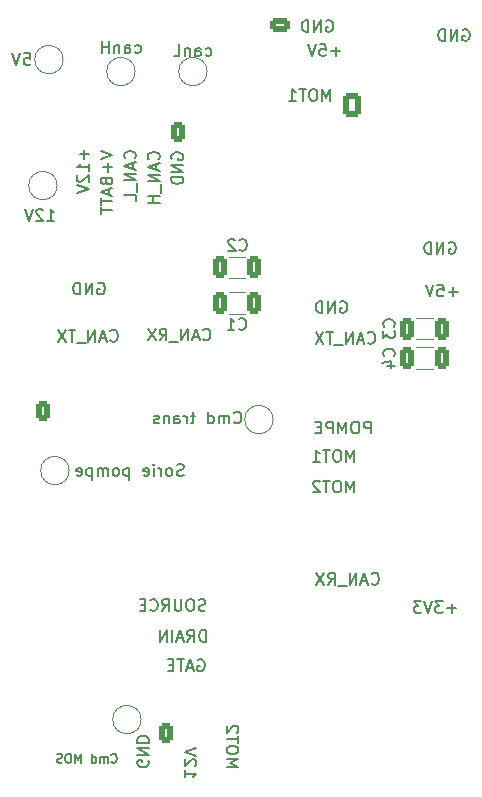
<source format=gbr>
%TF.GenerationSoftware,KiCad,Pcbnew,(6.0.0)*%
%TF.CreationDate,2022-05-13T11:55:21+02:00*%
%TF.ProjectId,Carte Bras ENORME Robot,43617274-6520-4427-9261-7320454e4f52,rev?*%
%TF.SameCoordinates,Original*%
%TF.FileFunction,Legend,Bot*%
%TF.FilePolarity,Positive*%
%FSLAX46Y46*%
G04 Gerber Fmt 4.6, Leading zero omitted, Abs format (unit mm)*
G04 Created by KiCad (PCBNEW (6.0.0)) date 2022-05-13 11:55:21*
%MOMM*%
%LPD*%
G01*
G04 APERTURE LIST*
G04 Aperture macros list*
%AMRoundRect*
0 Rectangle with rounded corners*
0 $1 Rounding radius*
0 $2 $3 $4 $5 $6 $7 $8 $9 X,Y pos of 4 corners*
0 Add a 4 corners polygon primitive as box body*
4,1,4,$2,$3,$4,$5,$6,$7,$8,$9,$2,$3,0*
0 Add four circle primitives for the rounded corners*
1,1,$1+$1,$2,$3*
1,1,$1+$1,$4,$5*
1,1,$1+$1,$6,$7*
1,1,$1+$1,$8,$9*
0 Add four rect primitives between the rounded corners*
20,1,$1+$1,$2,$3,$4,$5,0*
20,1,$1+$1,$4,$5,$6,$7,0*
20,1,$1+$1,$6,$7,$8,$9,0*
20,1,$1+$1,$8,$9,$2,$3,0*%
G04 Aperture macros list end*
%ADD10C,0.150000*%
%ADD11C,0.120000*%
%ADD12C,3.200000*%
%ADD13RoundRect,0.250000X0.350000X0.625000X-0.350000X0.625000X-0.350000X-0.625000X0.350000X-0.625000X0*%
%ADD14O,1.200000X1.750000*%
%ADD15R,2.000000X2.000000*%
%ADD16C,2.000000*%
%ADD17C,1.600000*%
%ADD18O,1.600000X1.600000*%
%ADD19R,1.050000X2.000000*%
%ADD20O,1.050000X2.000000*%
%ADD21R,1.800000X1.800000*%
%ADD22O,1.800000X1.800000*%
%ADD23RoundRect,0.250000X-0.350000X-0.625000X0.350000X-0.625000X0.350000X0.625000X-0.350000X0.625000X0*%
%ADD24O,3.500000X3.500000*%
%ADD25R,2.000000X1.905000*%
%ADD26O,2.000000X1.905000*%
%ADD27R,1.600000X1.600000*%
%ADD28C,3.000000*%
%ADD29RoundRect,0.250001X-0.499999X-0.759999X0.499999X-0.759999X0.499999X0.759999X-0.499999X0.759999X0*%
%ADD30O,1.500000X2.020000*%
%ADD31RoundRect,0.250000X-0.625000X0.350000X-0.625000X-0.350000X0.625000X-0.350000X0.625000X0.350000X0*%
%ADD32O,1.750000X1.200000*%
%ADD33RoundRect,0.250000X-0.325000X-0.650000X0.325000X-0.650000X0.325000X0.650000X-0.325000X0.650000X0*%
G04 APERTURE END LIST*
D10*
X156500000Y-100761904D02*
X156547619Y-100857142D01*
X156547619Y-101000000D01*
X156500000Y-101142857D01*
X156404761Y-101238095D01*
X156309523Y-101285714D01*
X156119047Y-101333333D01*
X155976190Y-101333333D01*
X155785714Y-101285714D01*
X155690476Y-101238095D01*
X155595238Y-101142857D01*
X155547619Y-101000000D01*
X155547619Y-100904761D01*
X155595238Y-100761904D01*
X155642857Y-100714285D01*
X155976190Y-100714285D01*
X155976190Y-100904761D01*
X155547619Y-100285714D02*
X156547619Y-100285714D01*
X155547619Y-99714285D01*
X156547619Y-99714285D01*
X155547619Y-99238095D02*
X156547619Y-99238095D01*
X156547619Y-99000000D01*
X156500000Y-98857142D01*
X156404761Y-98761904D01*
X156309523Y-98714285D01*
X156119047Y-98666666D01*
X155976190Y-98666666D01*
X155785714Y-98714285D01*
X155690476Y-98761904D01*
X155595238Y-98857142D01*
X155547619Y-99000000D01*
X155547619Y-99238095D01*
X151071428Y-49038095D02*
X151071428Y-49800000D01*
X151452380Y-49419047D02*
X150690476Y-49419047D01*
X151452380Y-50800000D02*
X151452380Y-50228571D01*
X151452380Y-50514285D02*
X150452380Y-50514285D01*
X150595238Y-50419047D01*
X150690476Y-50323809D01*
X150738095Y-50228571D01*
X150547619Y-51180952D02*
X150500000Y-51228571D01*
X150452380Y-51323809D01*
X150452380Y-51561904D01*
X150500000Y-51657142D01*
X150547619Y-51704761D01*
X150642857Y-51752380D01*
X150738095Y-51752380D01*
X150880952Y-51704761D01*
X151452380Y-51133333D01*
X151452380Y-51752380D01*
X150452380Y-52038095D02*
X151452380Y-52371428D01*
X150452380Y-52704761D01*
X161377380Y-90682380D02*
X161377380Y-89682380D01*
X161139285Y-89682380D01*
X160996428Y-89730000D01*
X160901190Y-89825238D01*
X160853571Y-89920476D01*
X160805952Y-90110952D01*
X160805952Y-90253809D01*
X160853571Y-90444285D01*
X160901190Y-90539523D01*
X160996428Y-90634761D01*
X161139285Y-90682380D01*
X161377380Y-90682380D01*
X159805952Y-90682380D02*
X160139285Y-90206190D01*
X160377380Y-90682380D02*
X160377380Y-89682380D01*
X159996428Y-89682380D01*
X159901190Y-89730000D01*
X159853571Y-89777619D01*
X159805952Y-89872857D01*
X159805952Y-90015714D01*
X159853571Y-90110952D01*
X159901190Y-90158571D01*
X159996428Y-90206190D01*
X160377380Y-90206190D01*
X159425000Y-90396666D02*
X158948809Y-90396666D01*
X159520238Y-90682380D02*
X159186904Y-89682380D01*
X158853571Y-90682380D01*
X158520238Y-90682380D02*
X158520238Y-89682380D01*
X158044047Y-90682380D02*
X158044047Y-89682380D01*
X157472619Y-90682380D01*
X157472619Y-89682380D01*
X161345428Y-41044761D02*
X161440666Y-41092380D01*
X161631142Y-41092380D01*
X161726380Y-41044761D01*
X161774000Y-40997142D01*
X161821619Y-40901904D01*
X161821619Y-40616190D01*
X161774000Y-40520952D01*
X161726380Y-40473333D01*
X161631142Y-40425714D01*
X161440666Y-40425714D01*
X161345428Y-40473333D01*
X160488285Y-41092380D02*
X160488285Y-40568571D01*
X160535904Y-40473333D01*
X160631142Y-40425714D01*
X160821619Y-40425714D01*
X160916857Y-40473333D01*
X160488285Y-41044761D02*
X160583523Y-41092380D01*
X160821619Y-41092380D01*
X160916857Y-41044761D01*
X160964476Y-40949523D01*
X160964476Y-40854285D01*
X160916857Y-40759047D01*
X160821619Y-40711428D01*
X160583523Y-40711428D01*
X160488285Y-40663809D01*
X160012095Y-40425714D02*
X160012095Y-41092380D01*
X160012095Y-40520952D02*
X159964476Y-40473333D01*
X159869238Y-40425714D01*
X159726380Y-40425714D01*
X159631142Y-40473333D01*
X159583523Y-40568571D01*
X159583523Y-41092380D01*
X158631142Y-41092380D02*
X159107333Y-41092380D01*
X159107333Y-40092380D01*
X172735714Y-40711428D02*
X171973809Y-40711428D01*
X172354761Y-41092380D02*
X172354761Y-40330476D01*
X171021428Y-40092380D02*
X171497619Y-40092380D01*
X171545238Y-40568571D01*
X171497619Y-40520952D01*
X171402380Y-40473333D01*
X171164285Y-40473333D01*
X171069047Y-40520952D01*
X171021428Y-40568571D01*
X170973809Y-40663809D01*
X170973809Y-40901904D01*
X171021428Y-40997142D01*
X171069047Y-41044761D01*
X171164285Y-41092380D01*
X171402380Y-41092380D01*
X171497619Y-41044761D01*
X171545238Y-40997142D01*
X170688095Y-40092380D02*
X170354761Y-41092380D01*
X170021428Y-40092380D01*
X145986476Y-40854380D02*
X146462666Y-40854380D01*
X146510285Y-41330571D01*
X146462666Y-41282952D01*
X146367428Y-41235333D01*
X146129333Y-41235333D01*
X146034095Y-41282952D01*
X145986476Y-41330571D01*
X145938857Y-41425809D01*
X145938857Y-41663904D01*
X145986476Y-41759142D01*
X146034095Y-41806761D01*
X146129333Y-41854380D01*
X146367428Y-41854380D01*
X146462666Y-41806761D01*
X146510285Y-41759142D01*
X145653142Y-40854380D02*
X145319809Y-41854380D01*
X144986476Y-40854380D01*
X171894285Y-44902380D02*
X171894285Y-43902380D01*
X171560952Y-44616666D01*
X171227619Y-43902380D01*
X171227619Y-44902380D01*
X170560952Y-43902380D02*
X170370476Y-43902380D01*
X170275238Y-43950000D01*
X170180000Y-44045238D01*
X170132380Y-44235714D01*
X170132380Y-44569047D01*
X170180000Y-44759523D01*
X170275238Y-44854761D01*
X170370476Y-44902380D01*
X170560952Y-44902380D01*
X170656190Y-44854761D01*
X170751428Y-44759523D01*
X170799047Y-44569047D01*
X170799047Y-44235714D01*
X170751428Y-44045238D01*
X170656190Y-43950000D01*
X170560952Y-43902380D01*
X169846666Y-43902380D02*
X169275238Y-43902380D01*
X169560952Y-44902380D02*
X169560952Y-43902380D01*
X168418095Y-44902380D02*
X168989523Y-44902380D01*
X168703809Y-44902380D02*
X168703809Y-43902380D01*
X168799047Y-44045238D01*
X168894285Y-44140476D01*
X168989523Y-44188095D01*
X171576904Y-38108000D02*
X171672142Y-38060380D01*
X171815000Y-38060380D01*
X171957857Y-38108000D01*
X172053095Y-38203238D01*
X172100714Y-38298476D01*
X172148333Y-38488952D01*
X172148333Y-38631809D01*
X172100714Y-38822285D01*
X172053095Y-38917523D01*
X171957857Y-39012761D01*
X171815000Y-39060380D01*
X171719761Y-39060380D01*
X171576904Y-39012761D01*
X171529285Y-38965142D01*
X171529285Y-38631809D01*
X171719761Y-38631809D01*
X171100714Y-39060380D02*
X171100714Y-38060380D01*
X170529285Y-39060380D01*
X170529285Y-38060380D01*
X170053095Y-39060380D02*
X170053095Y-38060380D01*
X169815000Y-38060380D01*
X169672142Y-38108000D01*
X169576904Y-38203238D01*
X169529285Y-38298476D01*
X169481666Y-38488952D01*
X169481666Y-38631809D01*
X169529285Y-38822285D01*
X169576904Y-38917523D01*
X169672142Y-39012761D01*
X169815000Y-39060380D01*
X170053095Y-39060380D01*
X158500000Y-49838095D02*
X158452380Y-49742857D01*
X158452380Y-49600000D01*
X158500000Y-49457142D01*
X158595238Y-49361904D01*
X158690476Y-49314285D01*
X158880952Y-49266666D01*
X159023809Y-49266666D01*
X159214285Y-49314285D01*
X159309523Y-49361904D01*
X159404761Y-49457142D01*
X159452380Y-49600000D01*
X159452380Y-49695238D01*
X159404761Y-49838095D01*
X159357142Y-49885714D01*
X159023809Y-49885714D01*
X159023809Y-49695238D01*
X159452380Y-50314285D02*
X158452380Y-50314285D01*
X159452380Y-50885714D01*
X158452380Y-50885714D01*
X159452380Y-51361904D02*
X158452380Y-51361904D01*
X158452380Y-51600000D01*
X158500000Y-51742857D01*
X158595238Y-51838095D01*
X158690476Y-51885714D01*
X158880952Y-51933333D01*
X159023809Y-51933333D01*
X159214285Y-51885714D01*
X159309523Y-51838095D01*
X159404761Y-51742857D01*
X159452380Y-51600000D01*
X159452380Y-51361904D01*
X182561904Y-87871428D02*
X181800000Y-87871428D01*
X182180952Y-88252380D02*
X182180952Y-87490476D01*
X181419047Y-87252380D02*
X180800000Y-87252380D01*
X181133333Y-87633333D01*
X180990476Y-87633333D01*
X180895238Y-87680952D01*
X180847619Y-87728571D01*
X180800000Y-87823809D01*
X180800000Y-88061904D01*
X180847619Y-88157142D01*
X180895238Y-88204761D01*
X180990476Y-88252380D01*
X181276190Y-88252380D01*
X181371428Y-88204761D01*
X181419047Y-88157142D01*
X180514285Y-87252380D02*
X180180952Y-88252380D01*
X179847619Y-87252380D01*
X179609523Y-87252380D02*
X178990476Y-87252380D01*
X179323809Y-87633333D01*
X179180952Y-87633333D01*
X179085714Y-87680952D01*
X179038095Y-87728571D01*
X178990476Y-87823809D01*
X178990476Y-88061904D01*
X179038095Y-88157142D01*
X179085714Y-88204761D01*
X179180952Y-88252380D01*
X179466666Y-88252380D01*
X179561904Y-88204761D01*
X179609523Y-88157142D01*
X182685714Y-61071428D02*
X181923809Y-61071428D01*
X182304761Y-61452380D02*
X182304761Y-60690476D01*
X180971428Y-60452380D02*
X181447619Y-60452380D01*
X181495238Y-60928571D01*
X181447619Y-60880952D01*
X181352380Y-60833333D01*
X181114285Y-60833333D01*
X181019047Y-60880952D01*
X180971428Y-60928571D01*
X180923809Y-61023809D01*
X180923809Y-61261904D01*
X180971428Y-61357142D01*
X181019047Y-61404761D01*
X181114285Y-61452380D01*
X181352380Y-61452380D01*
X181447619Y-61404761D01*
X181495238Y-61357142D01*
X180638095Y-60452380D02*
X180304761Y-61452380D01*
X179971428Y-60452380D01*
X159487619Y-76604761D02*
X159344761Y-76652380D01*
X159106666Y-76652380D01*
X159011428Y-76604761D01*
X158963809Y-76557142D01*
X158916190Y-76461904D01*
X158916190Y-76366666D01*
X158963809Y-76271428D01*
X159011428Y-76223809D01*
X159106666Y-76176190D01*
X159297142Y-76128571D01*
X159392380Y-76080952D01*
X159440000Y-76033333D01*
X159487619Y-75938095D01*
X159487619Y-75842857D01*
X159440000Y-75747619D01*
X159392380Y-75700000D01*
X159297142Y-75652380D01*
X159059047Y-75652380D01*
X158916190Y-75700000D01*
X158344761Y-76652380D02*
X158440000Y-76604761D01*
X158487619Y-76557142D01*
X158535238Y-76461904D01*
X158535238Y-76176190D01*
X158487619Y-76080952D01*
X158440000Y-76033333D01*
X158344761Y-75985714D01*
X158201904Y-75985714D01*
X158106666Y-76033333D01*
X158059047Y-76080952D01*
X158011428Y-76176190D01*
X158011428Y-76461904D01*
X158059047Y-76557142D01*
X158106666Y-76604761D01*
X158201904Y-76652380D01*
X158344761Y-76652380D01*
X157582857Y-76652380D02*
X157582857Y-75985714D01*
X157582857Y-76176190D02*
X157535238Y-76080952D01*
X157487619Y-76033333D01*
X157392380Y-75985714D01*
X157297142Y-75985714D01*
X156963809Y-76652380D02*
X156963809Y-75985714D01*
X156963809Y-75652380D02*
X157011428Y-75700000D01*
X156963809Y-75747619D01*
X156916190Y-75700000D01*
X156963809Y-75652380D01*
X156963809Y-75747619D01*
X156106666Y-76604761D02*
X156201904Y-76652380D01*
X156392380Y-76652380D01*
X156487619Y-76604761D01*
X156535238Y-76509523D01*
X156535238Y-76128571D01*
X156487619Y-76033333D01*
X156392380Y-75985714D01*
X156201904Y-75985714D01*
X156106666Y-76033333D01*
X156059047Y-76128571D01*
X156059047Y-76223809D01*
X156535238Y-76319047D01*
X154868571Y-75985714D02*
X154868571Y-76985714D01*
X154868571Y-76033333D02*
X154773333Y-75985714D01*
X154582857Y-75985714D01*
X154487619Y-76033333D01*
X154440000Y-76080952D01*
X154392380Y-76176190D01*
X154392380Y-76461904D01*
X154440000Y-76557142D01*
X154487619Y-76604761D01*
X154582857Y-76652380D01*
X154773333Y-76652380D01*
X154868571Y-76604761D01*
X153820952Y-76652380D02*
X153916190Y-76604761D01*
X153963809Y-76557142D01*
X154011428Y-76461904D01*
X154011428Y-76176190D01*
X153963809Y-76080952D01*
X153916190Y-76033333D01*
X153820952Y-75985714D01*
X153678095Y-75985714D01*
X153582857Y-76033333D01*
X153535238Y-76080952D01*
X153487619Y-76176190D01*
X153487619Y-76461904D01*
X153535238Y-76557142D01*
X153582857Y-76604761D01*
X153678095Y-76652380D01*
X153820952Y-76652380D01*
X153059047Y-76652380D02*
X153059047Y-75985714D01*
X153059047Y-76080952D02*
X153011428Y-76033333D01*
X152916190Y-75985714D01*
X152773333Y-75985714D01*
X152678095Y-76033333D01*
X152630476Y-76128571D01*
X152630476Y-76652380D01*
X152630476Y-76128571D02*
X152582857Y-76033333D01*
X152487619Y-75985714D01*
X152344761Y-75985714D01*
X152249523Y-76033333D01*
X152201904Y-76128571D01*
X152201904Y-76652380D01*
X151725714Y-75985714D02*
X151725714Y-76985714D01*
X151725714Y-76033333D02*
X151630476Y-75985714D01*
X151440000Y-75985714D01*
X151344761Y-76033333D01*
X151297142Y-76080952D01*
X151249523Y-76176190D01*
X151249523Y-76461904D01*
X151297142Y-76557142D01*
X151344761Y-76604761D01*
X151440000Y-76652380D01*
X151630476Y-76652380D01*
X151725714Y-76604761D01*
X150440000Y-76604761D02*
X150535238Y-76652380D01*
X150725714Y-76652380D01*
X150820952Y-76604761D01*
X150868571Y-76509523D01*
X150868571Y-76128571D01*
X150820952Y-76033333D01*
X150725714Y-75985714D01*
X150535238Y-75985714D01*
X150440000Y-76033333D01*
X150392380Y-76128571D01*
X150392380Y-76223809D01*
X150868571Y-76319047D01*
X172761904Y-61900000D02*
X172857142Y-61852380D01*
X173000000Y-61852380D01*
X173142857Y-61900000D01*
X173238095Y-61995238D01*
X173285714Y-62090476D01*
X173333333Y-62280952D01*
X173333333Y-62423809D01*
X173285714Y-62614285D01*
X173238095Y-62709523D01*
X173142857Y-62804761D01*
X173000000Y-62852380D01*
X172904761Y-62852380D01*
X172761904Y-62804761D01*
X172714285Y-62757142D01*
X172714285Y-62423809D01*
X172904761Y-62423809D01*
X172285714Y-62852380D02*
X172285714Y-61852380D01*
X171714285Y-62852380D01*
X171714285Y-61852380D01*
X171238095Y-62852380D02*
X171238095Y-61852380D01*
X171000000Y-61852380D01*
X170857142Y-61900000D01*
X170761904Y-61995238D01*
X170714285Y-62090476D01*
X170666666Y-62280952D01*
X170666666Y-62423809D01*
X170714285Y-62614285D01*
X170761904Y-62709523D01*
X170857142Y-62804761D01*
X171000000Y-62852380D01*
X171238095Y-62852380D01*
X153280952Y-65182142D02*
X153328571Y-65229761D01*
X153471428Y-65277380D01*
X153566666Y-65277380D01*
X153709523Y-65229761D01*
X153804761Y-65134523D01*
X153852380Y-65039285D01*
X153900000Y-64848809D01*
X153900000Y-64705952D01*
X153852380Y-64515476D01*
X153804761Y-64420238D01*
X153709523Y-64325000D01*
X153566666Y-64277380D01*
X153471428Y-64277380D01*
X153328571Y-64325000D01*
X153280952Y-64372619D01*
X152900000Y-64991666D02*
X152423809Y-64991666D01*
X152995238Y-65277380D02*
X152661904Y-64277380D01*
X152328571Y-65277380D01*
X151995238Y-65277380D02*
X151995238Y-64277380D01*
X151423809Y-65277380D01*
X151423809Y-64277380D01*
X151185714Y-65372619D02*
X150423809Y-65372619D01*
X150328571Y-64277380D02*
X149757142Y-64277380D01*
X150042857Y-65277380D02*
X150042857Y-64277380D01*
X149519047Y-64277380D02*
X148852380Y-65277380D01*
X148852380Y-64277380D02*
X149519047Y-65277380D01*
X147939047Y-55062380D02*
X148510476Y-55062380D01*
X148224761Y-55062380D02*
X148224761Y-54062380D01*
X148320000Y-54205238D01*
X148415238Y-54300476D01*
X148510476Y-54348095D01*
X147558095Y-54157619D02*
X147510476Y-54110000D01*
X147415238Y-54062380D01*
X147177142Y-54062380D01*
X147081904Y-54110000D01*
X147034285Y-54157619D01*
X146986666Y-54252857D01*
X146986666Y-54348095D01*
X147034285Y-54490952D01*
X147605714Y-55062380D01*
X146986666Y-55062380D01*
X146700952Y-54062380D02*
X146367619Y-55062380D01*
X146034285Y-54062380D01*
X160700000Y-92230000D02*
X160795238Y-92182380D01*
X160938095Y-92182380D01*
X161080952Y-92230000D01*
X161176190Y-92325238D01*
X161223809Y-92420476D01*
X161271428Y-92610952D01*
X161271428Y-92753809D01*
X161223809Y-92944285D01*
X161176190Y-93039523D01*
X161080952Y-93134761D01*
X160938095Y-93182380D01*
X160842857Y-93182380D01*
X160700000Y-93134761D01*
X160652380Y-93087142D01*
X160652380Y-92753809D01*
X160842857Y-92753809D01*
X160271428Y-92896666D02*
X159795238Y-92896666D01*
X160366666Y-93182380D02*
X160033333Y-92182380D01*
X159700000Y-93182380D01*
X159509523Y-92182380D02*
X158938095Y-92182380D01*
X159223809Y-93182380D02*
X159223809Y-92182380D01*
X158604761Y-92658571D02*
X158271428Y-92658571D01*
X158128571Y-93182380D02*
X158604761Y-93182380D01*
X158604761Y-92182380D01*
X158128571Y-92182380D01*
X183133904Y-38870000D02*
X183229142Y-38822380D01*
X183372000Y-38822380D01*
X183514857Y-38870000D01*
X183610095Y-38965238D01*
X183657714Y-39060476D01*
X183705333Y-39250952D01*
X183705333Y-39393809D01*
X183657714Y-39584285D01*
X183610095Y-39679523D01*
X183514857Y-39774761D01*
X183372000Y-39822380D01*
X183276761Y-39822380D01*
X183133904Y-39774761D01*
X183086285Y-39727142D01*
X183086285Y-39393809D01*
X183276761Y-39393809D01*
X182657714Y-39822380D02*
X182657714Y-38822380D01*
X182086285Y-39822380D01*
X182086285Y-38822380D01*
X181610095Y-39822380D02*
X181610095Y-38822380D01*
X181372000Y-38822380D01*
X181229142Y-38870000D01*
X181133904Y-38965238D01*
X181086285Y-39060476D01*
X181038666Y-39250952D01*
X181038666Y-39393809D01*
X181086285Y-39584285D01*
X181133904Y-39679523D01*
X181229142Y-39774761D01*
X181372000Y-39822380D01*
X181610095Y-39822380D01*
X159567619Y-101584047D02*
X159567619Y-102155476D01*
X159567619Y-101869761D02*
X160567619Y-101869761D01*
X160424761Y-101965000D01*
X160329523Y-102060238D01*
X160281904Y-102155476D01*
X160472380Y-101203095D02*
X160520000Y-101155476D01*
X160567619Y-101060238D01*
X160567619Y-100822142D01*
X160520000Y-100726904D01*
X160472380Y-100679285D01*
X160377142Y-100631666D01*
X160281904Y-100631666D01*
X160139047Y-100679285D01*
X159567619Y-101250714D01*
X159567619Y-100631666D01*
X160567619Y-100345952D02*
X159567619Y-100012619D01*
X160567619Y-99679285D01*
X175080952Y-65357142D02*
X175128571Y-65404761D01*
X175271428Y-65452380D01*
X175366666Y-65452380D01*
X175509523Y-65404761D01*
X175604761Y-65309523D01*
X175652380Y-65214285D01*
X175700000Y-65023809D01*
X175700000Y-64880952D01*
X175652380Y-64690476D01*
X175604761Y-64595238D01*
X175509523Y-64500000D01*
X175366666Y-64452380D01*
X175271428Y-64452380D01*
X175128571Y-64500000D01*
X175080952Y-64547619D01*
X174700000Y-65166666D02*
X174223809Y-65166666D01*
X174795238Y-65452380D02*
X174461904Y-64452380D01*
X174128571Y-65452380D01*
X173795238Y-65452380D02*
X173795238Y-64452380D01*
X173223809Y-65452380D01*
X173223809Y-64452380D01*
X172985714Y-65547619D02*
X172223809Y-65547619D01*
X172128571Y-64452380D02*
X171557142Y-64452380D01*
X171842857Y-65452380D02*
X171842857Y-64452380D01*
X171319047Y-64452380D02*
X170652380Y-65452380D01*
X170652380Y-64452380D02*
X171319047Y-65452380D01*
X175309523Y-73052380D02*
X175309523Y-72052380D01*
X174928571Y-72052380D01*
X174833333Y-72100000D01*
X174785714Y-72147619D01*
X174738095Y-72242857D01*
X174738095Y-72385714D01*
X174785714Y-72480952D01*
X174833333Y-72528571D01*
X174928571Y-72576190D01*
X175309523Y-72576190D01*
X174119047Y-72052380D02*
X173928571Y-72052380D01*
X173833333Y-72100000D01*
X173738095Y-72195238D01*
X173690476Y-72385714D01*
X173690476Y-72719047D01*
X173738095Y-72909523D01*
X173833333Y-73004761D01*
X173928571Y-73052380D01*
X174119047Y-73052380D01*
X174214285Y-73004761D01*
X174309523Y-72909523D01*
X174357142Y-72719047D01*
X174357142Y-72385714D01*
X174309523Y-72195238D01*
X174214285Y-72100000D01*
X174119047Y-72052380D01*
X173261904Y-73052380D02*
X173261904Y-72052380D01*
X172928571Y-72766666D01*
X172595238Y-72052380D01*
X172595238Y-73052380D01*
X172119047Y-73052380D02*
X172119047Y-72052380D01*
X171738095Y-72052380D01*
X171642857Y-72100000D01*
X171595238Y-72147619D01*
X171547619Y-72242857D01*
X171547619Y-72385714D01*
X171595238Y-72480952D01*
X171642857Y-72528571D01*
X171738095Y-72576190D01*
X172119047Y-72576190D01*
X171119047Y-72528571D02*
X170785714Y-72528571D01*
X170642857Y-73052380D02*
X171119047Y-73052380D01*
X171119047Y-72052380D01*
X170642857Y-72052380D01*
X161125000Y-65082142D02*
X161172619Y-65129761D01*
X161315476Y-65177380D01*
X161410714Y-65177380D01*
X161553571Y-65129761D01*
X161648809Y-65034523D01*
X161696428Y-64939285D01*
X161744047Y-64748809D01*
X161744047Y-64605952D01*
X161696428Y-64415476D01*
X161648809Y-64320238D01*
X161553571Y-64225000D01*
X161410714Y-64177380D01*
X161315476Y-64177380D01*
X161172619Y-64225000D01*
X161125000Y-64272619D01*
X160744047Y-64891666D02*
X160267857Y-64891666D01*
X160839285Y-65177380D02*
X160505952Y-64177380D01*
X160172619Y-65177380D01*
X159839285Y-65177380D02*
X159839285Y-64177380D01*
X159267857Y-65177380D01*
X159267857Y-64177380D01*
X159029761Y-65272619D02*
X158267857Y-65272619D01*
X157458333Y-65177380D02*
X157791666Y-64701190D01*
X158029761Y-65177380D02*
X158029761Y-64177380D01*
X157648809Y-64177380D01*
X157553571Y-64225000D01*
X157505952Y-64272619D01*
X157458333Y-64367857D01*
X157458333Y-64510714D01*
X157505952Y-64605952D01*
X157553571Y-64653571D01*
X157648809Y-64701190D01*
X158029761Y-64701190D01*
X157125000Y-64177380D02*
X156458333Y-65177380D01*
X156458333Y-64177380D02*
X157125000Y-65177380D01*
X173914285Y-75452380D02*
X173914285Y-74452380D01*
X173580952Y-75166666D01*
X173247619Y-74452380D01*
X173247619Y-75452380D01*
X172580952Y-74452380D02*
X172390476Y-74452380D01*
X172295238Y-74500000D01*
X172200000Y-74595238D01*
X172152380Y-74785714D01*
X172152380Y-75119047D01*
X172200000Y-75309523D01*
X172295238Y-75404761D01*
X172390476Y-75452380D01*
X172580952Y-75452380D01*
X172676190Y-75404761D01*
X172771428Y-75309523D01*
X172819047Y-75119047D01*
X172819047Y-74785714D01*
X172771428Y-74595238D01*
X172676190Y-74500000D01*
X172580952Y-74452380D01*
X171866666Y-74452380D02*
X171295238Y-74452380D01*
X171580952Y-75452380D02*
X171580952Y-74452380D01*
X170438095Y-75452380D02*
X171009523Y-75452380D01*
X170723809Y-75452380D02*
X170723809Y-74452380D01*
X170819047Y-74595238D01*
X170914285Y-74690476D01*
X171009523Y-74738095D01*
X152236904Y-60325000D02*
X152332142Y-60277380D01*
X152475000Y-60277380D01*
X152617857Y-60325000D01*
X152713095Y-60420238D01*
X152760714Y-60515476D01*
X152808333Y-60705952D01*
X152808333Y-60848809D01*
X152760714Y-61039285D01*
X152713095Y-61134523D01*
X152617857Y-61229761D01*
X152475000Y-61277380D01*
X152379761Y-61277380D01*
X152236904Y-61229761D01*
X152189285Y-61182142D01*
X152189285Y-60848809D01*
X152379761Y-60848809D01*
X151760714Y-61277380D02*
X151760714Y-60277380D01*
X151189285Y-61277380D01*
X151189285Y-60277380D01*
X150713095Y-61277380D02*
X150713095Y-60277380D01*
X150475000Y-60277380D01*
X150332142Y-60325000D01*
X150236904Y-60420238D01*
X150189285Y-60515476D01*
X150141666Y-60705952D01*
X150141666Y-60848809D01*
X150189285Y-61039285D01*
X150236904Y-61134523D01*
X150332142Y-61229761D01*
X150475000Y-61277380D01*
X150713095Y-61277380D01*
X175400000Y-85757142D02*
X175447619Y-85804761D01*
X175590476Y-85852380D01*
X175685714Y-85852380D01*
X175828571Y-85804761D01*
X175923809Y-85709523D01*
X175971428Y-85614285D01*
X176019047Y-85423809D01*
X176019047Y-85280952D01*
X175971428Y-85090476D01*
X175923809Y-84995238D01*
X175828571Y-84900000D01*
X175685714Y-84852380D01*
X175590476Y-84852380D01*
X175447619Y-84900000D01*
X175400000Y-84947619D01*
X175019047Y-85566666D02*
X174542857Y-85566666D01*
X175114285Y-85852380D02*
X174780952Y-84852380D01*
X174447619Y-85852380D01*
X174114285Y-85852380D02*
X174114285Y-84852380D01*
X173542857Y-85852380D01*
X173542857Y-84852380D01*
X173304761Y-85947619D02*
X172542857Y-85947619D01*
X171733333Y-85852380D02*
X172066666Y-85376190D01*
X172304761Y-85852380D02*
X172304761Y-84852380D01*
X171923809Y-84852380D01*
X171828571Y-84900000D01*
X171780952Y-84947619D01*
X171733333Y-85042857D01*
X171733333Y-85185714D01*
X171780952Y-85280952D01*
X171828571Y-85328571D01*
X171923809Y-85376190D01*
X172304761Y-85376190D01*
X171400000Y-84852380D02*
X170733333Y-85852380D01*
X170733333Y-84852380D02*
X171400000Y-85852380D01*
X163750238Y-72112142D02*
X163797857Y-72159761D01*
X163940714Y-72207380D01*
X164035952Y-72207380D01*
X164178809Y-72159761D01*
X164274047Y-72064523D01*
X164321666Y-71969285D01*
X164369285Y-71778809D01*
X164369285Y-71635952D01*
X164321666Y-71445476D01*
X164274047Y-71350238D01*
X164178809Y-71255000D01*
X164035952Y-71207380D01*
X163940714Y-71207380D01*
X163797857Y-71255000D01*
X163750238Y-71302619D01*
X163321666Y-72207380D02*
X163321666Y-71540714D01*
X163321666Y-71635952D02*
X163274047Y-71588333D01*
X163178809Y-71540714D01*
X163035952Y-71540714D01*
X162940714Y-71588333D01*
X162893095Y-71683571D01*
X162893095Y-72207380D01*
X162893095Y-71683571D02*
X162845476Y-71588333D01*
X162750238Y-71540714D01*
X162607380Y-71540714D01*
X162512142Y-71588333D01*
X162464523Y-71683571D01*
X162464523Y-72207380D01*
X161559761Y-72207380D02*
X161559761Y-71207380D01*
X161559761Y-72159761D02*
X161655000Y-72207380D01*
X161845476Y-72207380D01*
X161940714Y-72159761D01*
X161988333Y-72112142D01*
X162035952Y-72016904D01*
X162035952Y-71731190D01*
X161988333Y-71635952D01*
X161940714Y-71588333D01*
X161845476Y-71540714D01*
X161655000Y-71540714D01*
X161559761Y-71588333D01*
X160464523Y-71540714D02*
X160083571Y-71540714D01*
X160321666Y-71207380D02*
X160321666Y-72064523D01*
X160274047Y-72159761D01*
X160178809Y-72207380D01*
X160083571Y-72207380D01*
X159750238Y-72207380D02*
X159750238Y-71540714D01*
X159750238Y-71731190D02*
X159702619Y-71635952D01*
X159655000Y-71588333D01*
X159559761Y-71540714D01*
X159464523Y-71540714D01*
X158702619Y-72207380D02*
X158702619Y-71683571D01*
X158750238Y-71588333D01*
X158845476Y-71540714D01*
X159035952Y-71540714D01*
X159131190Y-71588333D01*
X158702619Y-72159761D02*
X158797857Y-72207380D01*
X159035952Y-72207380D01*
X159131190Y-72159761D01*
X159178809Y-72064523D01*
X159178809Y-71969285D01*
X159131190Y-71874047D01*
X159035952Y-71826428D01*
X158797857Y-71826428D01*
X158702619Y-71778809D01*
X158226428Y-71540714D02*
X158226428Y-72207380D01*
X158226428Y-71635952D02*
X158178809Y-71588333D01*
X158083571Y-71540714D01*
X157940714Y-71540714D01*
X157845476Y-71588333D01*
X157797857Y-71683571D01*
X157797857Y-72207380D01*
X157369285Y-72159761D02*
X157274047Y-72207380D01*
X157083571Y-72207380D01*
X156988333Y-72159761D01*
X156940714Y-72064523D01*
X156940714Y-72016904D01*
X156988333Y-71921666D01*
X157083571Y-71874047D01*
X157226428Y-71874047D01*
X157321666Y-71826428D01*
X157369285Y-71731190D01*
X157369285Y-71683571D01*
X157321666Y-71588333D01*
X157226428Y-71540714D01*
X157083571Y-71540714D01*
X156988333Y-71588333D01*
X173914285Y-78052380D02*
X173914285Y-77052380D01*
X173580952Y-77766666D01*
X173247619Y-77052380D01*
X173247619Y-78052380D01*
X172580952Y-77052380D02*
X172390476Y-77052380D01*
X172295238Y-77100000D01*
X172200000Y-77195238D01*
X172152380Y-77385714D01*
X172152380Y-77719047D01*
X172200000Y-77909523D01*
X172295238Y-78004761D01*
X172390476Y-78052380D01*
X172580952Y-78052380D01*
X172676190Y-78004761D01*
X172771428Y-77909523D01*
X172819047Y-77719047D01*
X172819047Y-77385714D01*
X172771428Y-77195238D01*
X172676190Y-77100000D01*
X172580952Y-77052380D01*
X171866666Y-77052380D02*
X171295238Y-77052380D01*
X171580952Y-78052380D02*
X171580952Y-77052380D01*
X171009523Y-77147619D02*
X170961904Y-77100000D01*
X170866666Y-77052380D01*
X170628571Y-77052380D01*
X170533333Y-77100000D01*
X170485714Y-77147619D01*
X170438095Y-77242857D01*
X170438095Y-77338095D01*
X170485714Y-77480952D01*
X171057142Y-78052380D01*
X170438095Y-78052380D01*
X155368476Y-40790761D02*
X155463714Y-40838380D01*
X155654190Y-40838380D01*
X155749428Y-40790761D01*
X155797047Y-40743142D01*
X155844666Y-40647904D01*
X155844666Y-40362190D01*
X155797047Y-40266952D01*
X155749428Y-40219333D01*
X155654190Y-40171714D01*
X155463714Y-40171714D01*
X155368476Y-40219333D01*
X154511333Y-40838380D02*
X154511333Y-40314571D01*
X154558952Y-40219333D01*
X154654190Y-40171714D01*
X154844666Y-40171714D01*
X154939904Y-40219333D01*
X154511333Y-40790761D02*
X154606571Y-40838380D01*
X154844666Y-40838380D01*
X154939904Y-40790761D01*
X154987523Y-40695523D01*
X154987523Y-40600285D01*
X154939904Y-40505047D01*
X154844666Y-40457428D01*
X154606571Y-40457428D01*
X154511333Y-40409809D01*
X154035142Y-40171714D02*
X154035142Y-40838380D01*
X154035142Y-40266952D02*
X153987523Y-40219333D01*
X153892285Y-40171714D01*
X153749428Y-40171714D01*
X153654190Y-40219333D01*
X153606571Y-40314571D01*
X153606571Y-40838380D01*
X153130380Y-40838380D02*
X153130380Y-39838380D01*
X153130380Y-40314571D02*
X152558952Y-40314571D01*
X152558952Y-40838380D02*
X152558952Y-39838380D01*
X152452380Y-49157142D02*
X153452380Y-49490476D01*
X152452380Y-49823809D01*
X153071428Y-50157142D02*
X153071428Y-50919047D01*
X153452380Y-50538095D02*
X152690476Y-50538095D01*
X152928571Y-51728571D02*
X152976190Y-51871428D01*
X153023809Y-51919047D01*
X153119047Y-51966666D01*
X153261904Y-51966666D01*
X153357142Y-51919047D01*
X153404761Y-51871428D01*
X153452380Y-51776190D01*
X153452380Y-51395238D01*
X152452380Y-51395238D01*
X152452380Y-51728571D01*
X152500000Y-51823809D01*
X152547619Y-51871428D01*
X152642857Y-51919047D01*
X152738095Y-51919047D01*
X152833333Y-51871428D01*
X152880952Y-51823809D01*
X152928571Y-51728571D01*
X152928571Y-51395238D01*
X153166666Y-52347619D02*
X153166666Y-52823809D01*
X153452380Y-52252380D02*
X152452380Y-52585714D01*
X153452380Y-52919047D01*
X152452380Y-53109523D02*
X152452380Y-53680952D01*
X153452380Y-53395238D02*
X152452380Y-53395238D01*
X152452380Y-53871428D02*
X152452380Y-54442857D01*
X153452380Y-54157142D02*
X152452380Y-54157142D01*
X163122619Y-101289285D02*
X164122619Y-101289285D01*
X163408333Y-100955952D01*
X164122619Y-100622619D01*
X163122619Y-100622619D01*
X164122619Y-99955952D02*
X164122619Y-99765476D01*
X164075000Y-99670238D01*
X163979761Y-99575000D01*
X163789285Y-99527380D01*
X163455952Y-99527380D01*
X163265476Y-99575000D01*
X163170238Y-99670238D01*
X163122619Y-99765476D01*
X163122619Y-99955952D01*
X163170238Y-100051190D01*
X163265476Y-100146428D01*
X163455952Y-100194047D01*
X163789285Y-100194047D01*
X163979761Y-100146428D01*
X164075000Y-100051190D01*
X164122619Y-99955952D01*
X164122619Y-99241666D02*
X164122619Y-98670238D01*
X163122619Y-98955952D02*
X164122619Y-98955952D01*
X164027380Y-98384523D02*
X164075000Y-98336904D01*
X164122619Y-98241666D01*
X164122619Y-98003571D01*
X164075000Y-97908333D01*
X164027380Y-97860714D01*
X163932142Y-97813095D01*
X163836904Y-97813095D01*
X163694047Y-97860714D01*
X163122619Y-98432142D01*
X163122619Y-97813095D01*
X155357142Y-49771428D02*
X155404761Y-49723809D01*
X155452380Y-49580952D01*
X155452380Y-49485714D01*
X155404761Y-49342857D01*
X155309523Y-49247619D01*
X155214285Y-49200000D01*
X155023809Y-49152380D01*
X154880952Y-49152380D01*
X154690476Y-49200000D01*
X154595238Y-49247619D01*
X154500000Y-49342857D01*
X154452380Y-49485714D01*
X154452380Y-49580952D01*
X154500000Y-49723809D01*
X154547619Y-49771428D01*
X155166666Y-50152380D02*
X155166666Y-50628571D01*
X155452380Y-50057142D02*
X154452380Y-50390476D01*
X155452380Y-50723809D01*
X155452380Y-51057142D02*
X154452380Y-51057142D01*
X155452380Y-51628571D01*
X154452380Y-51628571D01*
X155547619Y-51866666D02*
X155547619Y-52628571D01*
X155452380Y-53342857D02*
X155452380Y-52866666D01*
X154452380Y-52866666D01*
X161335714Y-88034761D02*
X161192857Y-88082380D01*
X160954761Y-88082380D01*
X160859523Y-88034761D01*
X160811904Y-87987142D01*
X160764285Y-87891904D01*
X160764285Y-87796666D01*
X160811904Y-87701428D01*
X160859523Y-87653809D01*
X160954761Y-87606190D01*
X161145238Y-87558571D01*
X161240476Y-87510952D01*
X161288095Y-87463333D01*
X161335714Y-87368095D01*
X161335714Y-87272857D01*
X161288095Y-87177619D01*
X161240476Y-87130000D01*
X161145238Y-87082380D01*
X160907142Y-87082380D01*
X160764285Y-87130000D01*
X160145238Y-87082380D02*
X159954761Y-87082380D01*
X159859523Y-87130000D01*
X159764285Y-87225238D01*
X159716666Y-87415714D01*
X159716666Y-87749047D01*
X159764285Y-87939523D01*
X159859523Y-88034761D01*
X159954761Y-88082380D01*
X160145238Y-88082380D01*
X160240476Y-88034761D01*
X160335714Y-87939523D01*
X160383333Y-87749047D01*
X160383333Y-87415714D01*
X160335714Y-87225238D01*
X160240476Y-87130000D01*
X160145238Y-87082380D01*
X159288095Y-87082380D02*
X159288095Y-87891904D01*
X159240476Y-87987142D01*
X159192857Y-88034761D01*
X159097619Y-88082380D01*
X158907142Y-88082380D01*
X158811904Y-88034761D01*
X158764285Y-87987142D01*
X158716666Y-87891904D01*
X158716666Y-87082380D01*
X157669047Y-88082380D02*
X158002380Y-87606190D01*
X158240476Y-88082380D02*
X158240476Y-87082380D01*
X157859523Y-87082380D01*
X157764285Y-87130000D01*
X157716666Y-87177619D01*
X157669047Y-87272857D01*
X157669047Y-87415714D01*
X157716666Y-87510952D01*
X157764285Y-87558571D01*
X157859523Y-87606190D01*
X158240476Y-87606190D01*
X156669047Y-87987142D02*
X156716666Y-88034761D01*
X156859523Y-88082380D01*
X156954761Y-88082380D01*
X157097619Y-88034761D01*
X157192857Y-87939523D01*
X157240476Y-87844285D01*
X157288095Y-87653809D01*
X157288095Y-87510952D01*
X157240476Y-87320476D01*
X157192857Y-87225238D01*
X157097619Y-87130000D01*
X156954761Y-87082380D01*
X156859523Y-87082380D01*
X156716666Y-87130000D01*
X156669047Y-87177619D01*
X156240476Y-87558571D02*
X155907142Y-87558571D01*
X155764285Y-88082380D02*
X156240476Y-88082380D01*
X156240476Y-87082380D01*
X155764285Y-87082380D01*
X181961904Y-56900000D02*
X182057142Y-56852380D01*
X182200000Y-56852380D01*
X182342857Y-56900000D01*
X182438095Y-56995238D01*
X182485714Y-57090476D01*
X182533333Y-57280952D01*
X182533333Y-57423809D01*
X182485714Y-57614285D01*
X182438095Y-57709523D01*
X182342857Y-57804761D01*
X182200000Y-57852380D01*
X182104761Y-57852380D01*
X181961904Y-57804761D01*
X181914285Y-57757142D01*
X181914285Y-57423809D01*
X182104761Y-57423809D01*
X181485714Y-57852380D02*
X181485714Y-56852380D01*
X180914285Y-57852380D01*
X180914285Y-56852380D01*
X180438095Y-57852380D02*
X180438095Y-56852380D01*
X180200000Y-56852380D01*
X180057142Y-56900000D01*
X179961904Y-56995238D01*
X179914285Y-57090476D01*
X179866666Y-57280952D01*
X179866666Y-57423809D01*
X179914285Y-57614285D01*
X179961904Y-57709523D01*
X180057142Y-57804761D01*
X180200000Y-57852380D01*
X180438095Y-57852380D01*
X157357142Y-49852380D02*
X157404761Y-49804761D01*
X157452380Y-49661904D01*
X157452380Y-49566666D01*
X157404761Y-49423809D01*
X157309523Y-49328571D01*
X157214285Y-49280952D01*
X157023809Y-49233333D01*
X156880952Y-49233333D01*
X156690476Y-49280952D01*
X156595238Y-49328571D01*
X156500000Y-49423809D01*
X156452380Y-49566666D01*
X156452380Y-49661904D01*
X156500000Y-49804761D01*
X156547619Y-49852380D01*
X157166666Y-50233333D02*
X157166666Y-50709523D01*
X157452380Y-50138095D02*
X156452380Y-50471428D01*
X157452380Y-50804761D01*
X157452380Y-51138095D02*
X156452380Y-51138095D01*
X157452380Y-51709523D01*
X156452380Y-51709523D01*
X157547619Y-51947619D02*
X157547619Y-52709523D01*
X157452380Y-52947619D02*
X156452380Y-52947619D01*
X156928571Y-52947619D02*
X156928571Y-53519047D01*
X157452380Y-53519047D02*
X156452380Y-53519047D01*
X153371428Y-100867857D02*
X153407142Y-100903571D01*
X153514285Y-100939285D01*
X153585714Y-100939285D01*
X153692857Y-100903571D01*
X153764285Y-100832142D01*
X153800000Y-100760714D01*
X153835714Y-100617857D01*
X153835714Y-100510714D01*
X153800000Y-100367857D01*
X153764285Y-100296428D01*
X153692857Y-100225000D01*
X153585714Y-100189285D01*
X153514285Y-100189285D01*
X153407142Y-100225000D01*
X153371428Y-100260714D01*
X153050000Y-100939285D02*
X153050000Y-100439285D01*
X153050000Y-100510714D02*
X153014285Y-100475000D01*
X152942857Y-100439285D01*
X152835714Y-100439285D01*
X152764285Y-100475000D01*
X152728571Y-100546428D01*
X152728571Y-100939285D01*
X152728571Y-100546428D02*
X152692857Y-100475000D01*
X152621428Y-100439285D01*
X152514285Y-100439285D01*
X152442857Y-100475000D01*
X152407142Y-100546428D01*
X152407142Y-100939285D01*
X151728571Y-100939285D02*
X151728571Y-100189285D01*
X151728571Y-100903571D02*
X151800000Y-100939285D01*
X151942857Y-100939285D01*
X152014285Y-100903571D01*
X152050000Y-100867857D01*
X152085714Y-100796428D01*
X152085714Y-100582142D01*
X152050000Y-100510714D01*
X152014285Y-100475000D01*
X151942857Y-100439285D01*
X151800000Y-100439285D01*
X151728571Y-100475000D01*
X150800000Y-100939285D02*
X150800000Y-100189285D01*
X150550000Y-100725000D01*
X150300000Y-100189285D01*
X150300000Y-100939285D01*
X149800000Y-100189285D02*
X149657142Y-100189285D01*
X149585714Y-100225000D01*
X149514285Y-100296428D01*
X149478571Y-100439285D01*
X149478571Y-100689285D01*
X149514285Y-100832142D01*
X149585714Y-100903571D01*
X149657142Y-100939285D01*
X149800000Y-100939285D01*
X149871428Y-100903571D01*
X149942857Y-100832142D01*
X149978571Y-100689285D01*
X149978571Y-100439285D01*
X149942857Y-100296428D01*
X149871428Y-100225000D01*
X149800000Y-100189285D01*
X149192857Y-100903571D02*
X149085714Y-100939285D01*
X148907142Y-100939285D01*
X148835714Y-100903571D01*
X148800000Y-100867857D01*
X148764285Y-100796428D01*
X148764285Y-100725000D01*
X148800000Y-100653571D01*
X148835714Y-100617857D01*
X148907142Y-100582142D01*
X149050000Y-100546428D01*
X149121428Y-100510714D01*
X149157142Y-100475000D01*
X149192857Y-100403571D01*
X149192857Y-100332142D01*
X149157142Y-100260714D01*
X149121428Y-100225000D01*
X149050000Y-100189285D01*
X148871428Y-100189285D01*
X148764285Y-100225000D01*
%TO.C,*%
%TO.C,C2*%
X164216666Y-57507142D02*
X164264285Y-57554761D01*
X164407142Y-57602380D01*
X164502380Y-57602380D01*
X164645238Y-57554761D01*
X164740476Y-57459523D01*
X164788095Y-57364285D01*
X164835714Y-57173809D01*
X164835714Y-57030952D01*
X164788095Y-56840476D01*
X164740476Y-56745238D01*
X164645238Y-56650000D01*
X164502380Y-56602380D01*
X164407142Y-56602380D01*
X164264285Y-56650000D01*
X164216666Y-56697619D01*
X163835714Y-56697619D02*
X163788095Y-56650000D01*
X163692857Y-56602380D01*
X163454761Y-56602380D01*
X163359523Y-56650000D01*
X163311904Y-56697619D01*
X163264285Y-56792857D01*
X163264285Y-56888095D01*
X163311904Y-57030952D01*
X163883333Y-57602380D01*
X163264285Y-57602380D01*
%TO.C,*%
%TO.C,C4*%
X177267142Y-66508333D02*
X177314761Y-66460714D01*
X177362380Y-66317857D01*
X177362380Y-66222619D01*
X177314761Y-66079761D01*
X177219523Y-65984523D01*
X177124285Y-65936904D01*
X176933809Y-65889285D01*
X176790952Y-65889285D01*
X176600476Y-65936904D01*
X176505238Y-65984523D01*
X176410000Y-66079761D01*
X176362380Y-66222619D01*
X176362380Y-66317857D01*
X176410000Y-66460714D01*
X176457619Y-66508333D01*
X176695714Y-67365476D02*
X177362380Y-67365476D01*
X176314761Y-67127380D02*
X177029047Y-66889285D01*
X177029047Y-67508333D01*
%TO.C,C3*%
X177267142Y-64008333D02*
X177314761Y-63960714D01*
X177362380Y-63817857D01*
X177362380Y-63722619D01*
X177314761Y-63579761D01*
X177219523Y-63484523D01*
X177124285Y-63436904D01*
X176933809Y-63389285D01*
X176790952Y-63389285D01*
X176600476Y-63436904D01*
X176505238Y-63484523D01*
X176410000Y-63579761D01*
X176362380Y-63722619D01*
X176362380Y-63817857D01*
X176410000Y-63960714D01*
X176457619Y-64008333D01*
X176362380Y-64341666D02*
X176362380Y-64960714D01*
X176743333Y-64627380D01*
X176743333Y-64770238D01*
X176790952Y-64865476D01*
X176838571Y-64913095D01*
X176933809Y-64960714D01*
X177171904Y-64960714D01*
X177267142Y-64913095D01*
X177314761Y-64865476D01*
X177362380Y-64770238D01*
X177362380Y-64484523D01*
X177314761Y-64389285D01*
X177267142Y-64341666D01*
%TO.C,C1*%
X164166666Y-64207142D02*
X164214285Y-64254761D01*
X164357142Y-64302380D01*
X164452380Y-64302380D01*
X164595238Y-64254761D01*
X164690476Y-64159523D01*
X164738095Y-64064285D01*
X164785714Y-63873809D01*
X164785714Y-63730952D01*
X164738095Y-63540476D01*
X164690476Y-63445238D01*
X164595238Y-63350000D01*
X164452380Y-63302380D01*
X164357142Y-63302380D01*
X164214285Y-63350000D01*
X164166666Y-63397619D01*
X163214285Y-64302380D02*
X163785714Y-64302380D01*
X163500000Y-64302380D02*
X163500000Y-63302380D01*
X163595238Y-63445238D01*
X163690476Y-63540476D01*
X163785714Y-63588095D01*
D11*
%TO.C,TP4*%
X161474000Y-42418000D02*
G75*
G03*
X161474000Y-42418000I-1200000J0D01*
G01*
%TO.C,TP8*%
X155886000Y-97282000D02*
G75*
G03*
X155886000Y-97282000I-1200000J0D01*
G01*
%TO.C,C2*%
X163288748Y-58090000D02*
X164711252Y-58090000D01*
X163288748Y-59910000D02*
X164711252Y-59910000D01*
%TO.C,TP7*%
X167062000Y-71882000D02*
G75*
G03*
X167062000Y-71882000I-1200000J0D01*
G01*
%TO.C,TP2*%
X149790000Y-76200000D02*
G75*
G03*
X149790000Y-76200000I-1200000J0D01*
G01*
%TO.C,C4*%
X179198748Y-65765000D02*
X180621252Y-65765000D01*
X179198748Y-67585000D02*
X180621252Y-67585000D01*
%TO.C,TP6*%
X148774000Y-52070000D02*
G75*
G03*
X148774000Y-52070000I-1200000J0D01*
G01*
%TO.C,C3*%
X179198748Y-65085000D02*
X180621252Y-65085000D01*
X179198748Y-63265000D02*
X180621252Y-63265000D01*
%TO.C,C1*%
X163288748Y-61090000D02*
X164711252Y-61090000D01*
X163288748Y-62910000D02*
X164711252Y-62910000D01*
%TO.C,TP5*%
X155378000Y-42418000D02*
G75*
G03*
X155378000Y-42418000I-1200000J0D01*
G01*
%TO.C,TP3*%
X149282000Y-41402000D02*
G75*
G03*
X149282000Y-41402000I-1200000J0D01*
G01*
%TD*%
%LPC*%
D12*
%TO.C,*%
X145500000Y-35500000D03*
%TD*%
%TO.C,*%
X145500000Y-100500000D03*
%TD*%
D13*
%TO.C,BUS_CAN1*%
X159000000Y-47514400D03*
D14*
X157000000Y-47514400D03*
X155000000Y-47514400D03*
X153000000Y-47514400D03*
X151000000Y-47514400D03*
%TD*%
D15*
%TO.C,STM32FM303K8*%
X168880000Y-54720000D03*
D16*
X168880000Y-57260000D03*
X168880000Y-59800000D03*
X168880000Y-62340000D03*
X168880000Y-64880000D03*
X168880000Y-67420000D03*
X168880000Y-69960000D03*
X168880000Y-72500000D03*
X168880000Y-75040000D03*
X168880000Y-77580000D03*
X168880000Y-80120000D03*
X168880000Y-82660000D03*
X168880000Y-85200000D03*
X168880000Y-87740000D03*
X168880000Y-90280000D03*
D15*
X184120000Y-54720000D03*
D16*
X184120000Y-57260000D03*
X184120000Y-59800000D03*
X184120000Y-62340000D03*
X184120000Y-64880000D03*
X184120000Y-67420000D03*
X184120000Y-69960000D03*
X184120000Y-72500000D03*
X184120000Y-75040000D03*
X184120000Y-77580000D03*
X184120000Y-80120000D03*
X184120000Y-82660000D03*
X184120000Y-85200000D03*
X184120000Y-87740000D03*
X184120000Y-90280000D03*
%TD*%
D17*
%TO.C,R1*%
X167005000Y-99695000D03*
D18*
X177165000Y-99695000D03*
%TD*%
D19*
%TO.C,Q1*%
X152724000Y-98425000D03*
D20*
X151200000Y-98425000D03*
X149676000Y-98425000D03*
%TD*%
D21*
%TO.C,D1*%
X151130000Y-70485000D03*
D22*
X151130000Y-83185000D03*
%TD*%
D17*
%TO.C,R4*%
X161290000Y-73660000D03*
D18*
X161290000Y-83820000D03*
%TD*%
D23*
%TO.C,SERVO2*%
X158000000Y-98425000D03*
D14*
X160000000Y-98425000D03*
X162000000Y-98425000D03*
%TD*%
D17*
%TO.C,R2*%
X163068000Y-40005000D03*
D18*
X150368000Y-40005000D03*
%TD*%
D12*
%TO.C,*%
X184500000Y-35500000D03*
%TD*%
D13*
%TO.C,PompeAVide1*%
X147574000Y-71120000D03*
D14*
X145574000Y-71120000D03*
%TD*%
D17*
%TO.C,R3*%
X156845000Y-73660000D03*
D18*
X156845000Y-83820000D03*
%TD*%
D24*
%TO.C,U2*%
X146340000Y-90170000D03*
D25*
X163000000Y-92710000D03*
D26*
X163000000Y-90170000D03*
X163000000Y-87630000D03*
%TD*%
D27*
%TO.C,U1*%
X151350000Y-66600000D03*
D18*
X153890000Y-66600000D03*
X156430000Y-66600000D03*
X158970000Y-66600000D03*
X158970000Y-58980000D03*
X156430000Y-58980000D03*
X153890000Y-58980000D03*
X151350000Y-58980000D03*
%TD*%
D12*
%TO.C,*%
X184500000Y-100500000D03*
%TD*%
D28*
%TO.C,JS1*%
X176736000Y-40925000D03*
D29*
X173736000Y-45245000D03*
D30*
X176736000Y-45245000D03*
X179736000Y-45245000D03*
%TD*%
D31*
%TO.C,SERVO1*%
X167640000Y-38500000D03*
D32*
X167640000Y-40500000D03*
X167640000Y-42500000D03*
%TD*%
D16*
%TO.C,TP4*%
X160274000Y-42418000D03*
%TD*%
%TO.C,TP8*%
X154686000Y-97282000D03*
%TD*%
D33*
%TO.C,C2*%
X162525000Y-59000000D03*
X165475000Y-59000000D03*
%TD*%
D16*
%TO.C,TP7*%
X165862000Y-71882000D03*
%TD*%
%TO.C,TP2*%
X148590000Y-76200000D03*
%TD*%
%TO.C,*%
X182118000Y-41656000D03*
%TD*%
D33*
%TO.C,C4*%
X178435000Y-66675000D03*
X181385000Y-66675000D03*
%TD*%
D16*
%TO.C,TP6*%
X147574000Y-52070000D03*
%TD*%
D33*
%TO.C,C3*%
X178435000Y-64175000D03*
X181385000Y-64175000D03*
%TD*%
%TO.C,C1*%
X162525000Y-62000000D03*
X165475000Y-62000000D03*
%TD*%
D16*
%TO.C,TP5*%
X154178000Y-42418000D03*
%TD*%
%TO.C,TP3*%
X148082000Y-41402000D03*
%TD*%
M02*

</source>
